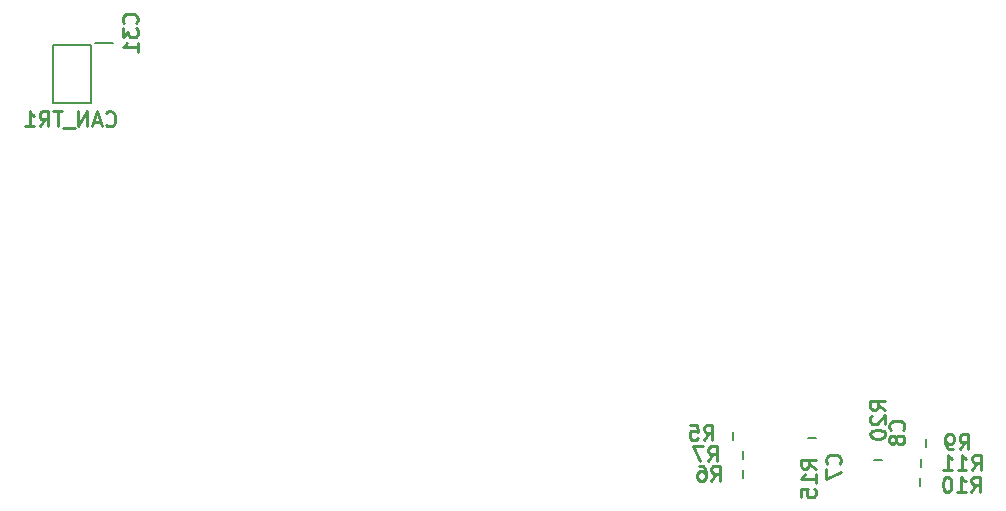
<source format=gbr>
G04 #@! TF.GenerationSoftware,KiCad,Pcbnew,5.1.4-e60b266~84~ubuntu19.04.1*
G04 #@! TF.CreationDate,2019-10-22T08:35:31-04:00*
G04 #@! TF.ProjectId,Forward_acceleration_board,466f7277-6172-4645-9f61-6363656c6572,rev?*
G04 #@! TF.SameCoordinates,Original*
G04 #@! TF.FileFunction,Legend,Bot*
G04 #@! TF.FilePolarity,Positive*
%FSLAX46Y46*%
G04 Gerber Fmt 4.6, Leading zero omitted, Abs format (unit mm)*
G04 Created by KiCad (PCBNEW 5.1.4-e60b266~84~ubuntu19.04.1) date 2019-10-22 08:35:31*
%MOMM*%
%LPD*%
G04 APERTURE LIST*
%ADD10C,0.200000*%
%ADD11C,0.254000*%
G04 APERTURE END LIST*
D10*
X220125000Y-74300000D02*
X220125000Y-73650000D01*
X225625000Y-70875000D02*
X226275000Y-70875000D01*
X235150000Y-74275000D02*
X235150000Y-74925000D01*
X220100000Y-72025000D02*
X220100000Y-72675000D01*
X235200000Y-73325000D02*
X235200000Y-72675000D01*
X219275000Y-71050000D02*
X219275000Y-70400000D01*
X235600000Y-71000000D02*
X235600000Y-71650000D01*
X166800000Y-37470000D02*
X165275000Y-37470000D01*
X164925000Y-42500000D02*
X164925000Y-37600000D01*
X161725000Y-42500000D02*
X164925000Y-42500000D01*
X161725000Y-37600000D02*
X161725000Y-42500000D01*
X164925000Y-37600000D02*
X161725000Y-37600000D01*
X231250000Y-72725000D02*
X231900000Y-72725000D01*
D11*
X217461666Y-74514523D02*
X217885000Y-73909761D01*
X218187380Y-74514523D02*
X218187380Y-73244523D01*
X217703571Y-73244523D01*
X217582619Y-73305000D01*
X217522142Y-73365476D01*
X217461666Y-73486428D01*
X217461666Y-73667857D01*
X217522142Y-73788809D01*
X217582619Y-73849285D01*
X217703571Y-73909761D01*
X218187380Y-73909761D01*
X216373095Y-73244523D02*
X216615000Y-73244523D01*
X216735952Y-73305000D01*
X216796428Y-73365476D01*
X216917380Y-73546904D01*
X216977857Y-73788809D01*
X216977857Y-74272619D01*
X216917380Y-74393571D01*
X216856904Y-74454047D01*
X216735952Y-74514523D01*
X216494047Y-74514523D01*
X216373095Y-74454047D01*
X216312619Y-74393571D01*
X216252142Y-74272619D01*
X216252142Y-73970238D01*
X216312619Y-73849285D01*
X216373095Y-73788809D01*
X216494047Y-73728333D01*
X216735952Y-73728333D01*
X216856904Y-73788809D01*
X216917380Y-73849285D01*
X216977857Y-73970238D01*
X226294523Y-73503571D02*
X225689761Y-73080238D01*
X226294523Y-72777857D02*
X225024523Y-72777857D01*
X225024523Y-73261666D01*
X225085000Y-73382619D01*
X225145476Y-73443095D01*
X225266428Y-73503571D01*
X225447857Y-73503571D01*
X225568809Y-73443095D01*
X225629285Y-73382619D01*
X225689761Y-73261666D01*
X225689761Y-72777857D01*
X226294523Y-74713095D02*
X226294523Y-73987380D01*
X226294523Y-74350238D02*
X225024523Y-74350238D01*
X225205952Y-74229285D01*
X225326904Y-74108333D01*
X225387380Y-73987380D01*
X225024523Y-75862142D02*
X225024523Y-75257380D01*
X225629285Y-75196904D01*
X225568809Y-75257380D01*
X225508333Y-75378333D01*
X225508333Y-75680714D01*
X225568809Y-75801666D01*
X225629285Y-75862142D01*
X225750238Y-75922619D01*
X226052619Y-75922619D01*
X226173571Y-75862142D01*
X226234047Y-75801666D01*
X226294523Y-75680714D01*
X226294523Y-75378333D01*
X226234047Y-75257380D01*
X226173571Y-75196904D01*
X239476428Y-75474523D02*
X239899761Y-74869761D01*
X240202142Y-75474523D02*
X240202142Y-74204523D01*
X239718333Y-74204523D01*
X239597380Y-74265000D01*
X239536904Y-74325476D01*
X239476428Y-74446428D01*
X239476428Y-74627857D01*
X239536904Y-74748809D01*
X239597380Y-74809285D01*
X239718333Y-74869761D01*
X240202142Y-74869761D01*
X238266904Y-75474523D02*
X238992619Y-75474523D01*
X238629761Y-75474523D02*
X238629761Y-74204523D01*
X238750714Y-74385952D01*
X238871666Y-74506904D01*
X238992619Y-74567380D01*
X237480714Y-74204523D02*
X237359761Y-74204523D01*
X237238809Y-74265000D01*
X237178333Y-74325476D01*
X237117857Y-74446428D01*
X237057380Y-74688333D01*
X237057380Y-74990714D01*
X237117857Y-75232619D01*
X237178333Y-75353571D01*
X237238809Y-75414047D01*
X237359761Y-75474523D01*
X237480714Y-75474523D01*
X237601666Y-75414047D01*
X237662142Y-75353571D01*
X237722619Y-75232619D01*
X237783095Y-74990714D01*
X237783095Y-74688333D01*
X237722619Y-74446428D01*
X237662142Y-74325476D01*
X237601666Y-74265000D01*
X237480714Y-74204523D01*
X217201666Y-72884523D02*
X217625000Y-72279761D01*
X217927380Y-72884523D02*
X217927380Y-71614523D01*
X217443571Y-71614523D01*
X217322619Y-71675000D01*
X217262142Y-71735476D01*
X217201666Y-71856428D01*
X217201666Y-72037857D01*
X217262142Y-72158809D01*
X217322619Y-72219285D01*
X217443571Y-72279761D01*
X217927380Y-72279761D01*
X216778333Y-71614523D02*
X215931666Y-71614523D01*
X216475952Y-72884523D01*
X239516428Y-73594523D02*
X239939761Y-72989761D01*
X240242142Y-73594523D02*
X240242142Y-72324523D01*
X239758333Y-72324523D01*
X239637380Y-72385000D01*
X239576904Y-72445476D01*
X239516428Y-72566428D01*
X239516428Y-72747857D01*
X239576904Y-72868809D01*
X239637380Y-72929285D01*
X239758333Y-72989761D01*
X240242142Y-72989761D01*
X238306904Y-73594523D02*
X239032619Y-73594523D01*
X238669761Y-73594523D02*
X238669761Y-72324523D01*
X238790714Y-72505952D01*
X238911666Y-72626904D01*
X239032619Y-72687380D01*
X237097380Y-73594523D02*
X237823095Y-73594523D01*
X237460238Y-73594523D02*
X237460238Y-72324523D01*
X237581190Y-72505952D01*
X237702142Y-72626904D01*
X237823095Y-72687380D01*
X216821666Y-71054523D02*
X217245000Y-70449761D01*
X217547380Y-71054523D02*
X217547380Y-69784523D01*
X217063571Y-69784523D01*
X216942619Y-69845000D01*
X216882142Y-69905476D01*
X216821666Y-70026428D01*
X216821666Y-70207857D01*
X216882142Y-70328809D01*
X216942619Y-70389285D01*
X217063571Y-70449761D01*
X217547380Y-70449761D01*
X215672619Y-69784523D02*
X216277380Y-69784523D01*
X216337857Y-70389285D01*
X216277380Y-70328809D01*
X216156428Y-70268333D01*
X215854047Y-70268333D01*
X215733095Y-70328809D01*
X215672619Y-70389285D01*
X215612142Y-70510238D01*
X215612142Y-70812619D01*
X215672619Y-70933571D01*
X215733095Y-70994047D01*
X215854047Y-71054523D01*
X216156428Y-71054523D01*
X216277380Y-70994047D01*
X216337857Y-70933571D01*
X238481666Y-71864523D02*
X238905000Y-71259761D01*
X239207380Y-71864523D02*
X239207380Y-70594523D01*
X238723571Y-70594523D01*
X238602619Y-70655000D01*
X238542142Y-70715476D01*
X238481666Y-70836428D01*
X238481666Y-71017857D01*
X238542142Y-71138809D01*
X238602619Y-71199285D01*
X238723571Y-71259761D01*
X239207380Y-71259761D01*
X237876904Y-71864523D02*
X237635000Y-71864523D01*
X237514047Y-71804047D01*
X237453571Y-71743571D01*
X237332619Y-71562142D01*
X237272142Y-71320238D01*
X237272142Y-70836428D01*
X237332619Y-70715476D01*
X237393095Y-70655000D01*
X237514047Y-70594523D01*
X237755952Y-70594523D01*
X237876904Y-70655000D01*
X237937380Y-70715476D01*
X237997857Y-70836428D01*
X237997857Y-71138809D01*
X237937380Y-71259761D01*
X237876904Y-71320238D01*
X237755952Y-71380714D01*
X237514047Y-71380714D01*
X237393095Y-71320238D01*
X237332619Y-71259761D01*
X237272142Y-71138809D01*
X166213809Y-44403571D02*
X166274285Y-44464047D01*
X166455714Y-44524523D01*
X166576666Y-44524523D01*
X166758095Y-44464047D01*
X166879047Y-44343095D01*
X166939523Y-44222142D01*
X167000000Y-43980238D01*
X167000000Y-43798809D01*
X166939523Y-43556904D01*
X166879047Y-43435952D01*
X166758095Y-43315000D01*
X166576666Y-43254523D01*
X166455714Y-43254523D01*
X166274285Y-43315000D01*
X166213809Y-43375476D01*
X165730000Y-44161666D02*
X165125238Y-44161666D01*
X165850952Y-44524523D02*
X165427619Y-43254523D01*
X165004285Y-44524523D01*
X164580952Y-44524523D02*
X164580952Y-43254523D01*
X163855238Y-44524523D01*
X163855238Y-43254523D01*
X163552857Y-44645476D02*
X162585238Y-44645476D01*
X162464285Y-43254523D02*
X161738571Y-43254523D01*
X162101428Y-44524523D02*
X162101428Y-43254523D01*
X160589523Y-44524523D02*
X161012857Y-43919761D01*
X161315238Y-44524523D02*
X161315238Y-43254523D01*
X160831428Y-43254523D01*
X160710476Y-43315000D01*
X160650000Y-43375476D01*
X160589523Y-43496428D01*
X160589523Y-43677857D01*
X160650000Y-43798809D01*
X160710476Y-43859285D01*
X160831428Y-43919761D01*
X161315238Y-43919761D01*
X159380000Y-44524523D02*
X160105714Y-44524523D01*
X159742857Y-44524523D02*
X159742857Y-43254523D01*
X159863809Y-43435952D01*
X159984761Y-43556904D01*
X160105714Y-43617380D01*
X228303571Y-73088333D02*
X228364047Y-73027857D01*
X228424523Y-72846428D01*
X228424523Y-72725476D01*
X228364047Y-72544047D01*
X228243095Y-72423095D01*
X228122142Y-72362619D01*
X227880238Y-72302142D01*
X227698809Y-72302142D01*
X227456904Y-72362619D01*
X227335952Y-72423095D01*
X227215000Y-72544047D01*
X227154523Y-72725476D01*
X227154523Y-72846428D01*
X227215000Y-73027857D01*
X227275476Y-73088333D01*
X227154523Y-73511666D02*
X227154523Y-74358333D01*
X228424523Y-73814047D01*
X232184523Y-68523571D02*
X231579761Y-68100238D01*
X232184523Y-67797857D02*
X230914523Y-67797857D01*
X230914523Y-68281666D01*
X230975000Y-68402619D01*
X231035476Y-68463095D01*
X231156428Y-68523571D01*
X231337857Y-68523571D01*
X231458809Y-68463095D01*
X231519285Y-68402619D01*
X231579761Y-68281666D01*
X231579761Y-67797857D01*
X231035476Y-69007380D02*
X230975000Y-69067857D01*
X230914523Y-69188809D01*
X230914523Y-69491190D01*
X230975000Y-69612142D01*
X231035476Y-69672619D01*
X231156428Y-69733095D01*
X231277380Y-69733095D01*
X231458809Y-69672619D01*
X232184523Y-68946904D01*
X232184523Y-69733095D01*
X230914523Y-70519285D02*
X230914523Y-70640238D01*
X230975000Y-70761190D01*
X231035476Y-70821666D01*
X231156428Y-70882142D01*
X231398333Y-70942619D01*
X231700714Y-70942619D01*
X231942619Y-70882142D01*
X232063571Y-70821666D01*
X232124047Y-70761190D01*
X232184523Y-70640238D01*
X232184523Y-70519285D01*
X232124047Y-70398333D01*
X232063571Y-70337857D01*
X231942619Y-70277380D01*
X231700714Y-70216904D01*
X231398333Y-70216904D01*
X231156428Y-70277380D01*
X231035476Y-70337857D01*
X230975000Y-70398333D01*
X230914523Y-70519285D01*
X168763571Y-35763571D02*
X168824047Y-35703095D01*
X168884523Y-35521666D01*
X168884523Y-35400714D01*
X168824047Y-35219285D01*
X168703095Y-35098333D01*
X168582142Y-35037857D01*
X168340238Y-34977380D01*
X168158809Y-34977380D01*
X167916904Y-35037857D01*
X167795952Y-35098333D01*
X167675000Y-35219285D01*
X167614523Y-35400714D01*
X167614523Y-35521666D01*
X167675000Y-35703095D01*
X167735476Y-35763571D01*
X167614523Y-36186904D02*
X167614523Y-36973095D01*
X168098333Y-36549761D01*
X168098333Y-36731190D01*
X168158809Y-36852142D01*
X168219285Y-36912619D01*
X168340238Y-36973095D01*
X168642619Y-36973095D01*
X168763571Y-36912619D01*
X168824047Y-36852142D01*
X168884523Y-36731190D01*
X168884523Y-36368333D01*
X168824047Y-36247380D01*
X168763571Y-36186904D01*
X168884523Y-38182619D02*
X168884523Y-37456904D01*
X168884523Y-37819761D02*
X167614523Y-37819761D01*
X167795952Y-37698809D01*
X167916904Y-37577857D01*
X167977380Y-37456904D01*
X233673571Y-70208333D02*
X233734047Y-70147857D01*
X233794523Y-69966428D01*
X233794523Y-69845476D01*
X233734047Y-69664047D01*
X233613095Y-69543095D01*
X233492142Y-69482619D01*
X233250238Y-69422142D01*
X233068809Y-69422142D01*
X232826904Y-69482619D01*
X232705952Y-69543095D01*
X232585000Y-69664047D01*
X232524523Y-69845476D01*
X232524523Y-69966428D01*
X232585000Y-70147857D01*
X232645476Y-70208333D01*
X233068809Y-70934047D02*
X233008333Y-70813095D01*
X232947857Y-70752619D01*
X232826904Y-70692142D01*
X232766428Y-70692142D01*
X232645476Y-70752619D01*
X232585000Y-70813095D01*
X232524523Y-70934047D01*
X232524523Y-71175952D01*
X232585000Y-71296904D01*
X232645476Y-71357380D01*
X232766428Y-71417857D01*
X232826904Y-71417857D01*
X232947857Y-71357380D01*
X233008333Y-71296904D01*
X233068809Y-71175952D01*
X233068809Y-70934047D01*
X233129285Y-70813095D01*
X233189761Y-70752619D01*
X233310714Y-70692142D01*
X233552619Y-70692142D01*
X233673571Y-70752619D01*
X233734047Y-70813095D01*
X233794523Y-70934047D01*
X233794523Y-71175952D01*
X233734047Y-71296904D01*
X233673571Y-71357380D01*
X233552619Y-71417857D01*
X233310714Y-71417857D01*
X233189761Y-71357380D01*
X233129285Y-71296904D01*
X233068809Y-71175952D01*
M02*

</source>
